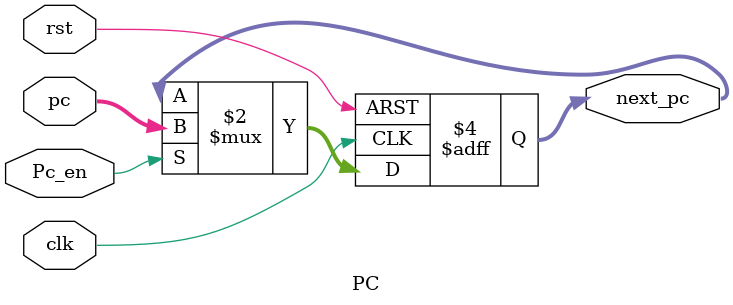
<source format=v>
module PC(
  input clk, rst, Pc_en,
  input [4:0] pc,
  output reg [4:0] next_pc
);

  always @(posedge clk, posedge rst) begin
    if (rst)
      next_pc <= 5'd0;
    else if (Pc_en)
      next_pc <= pc;
  end
endmodule

</source>
